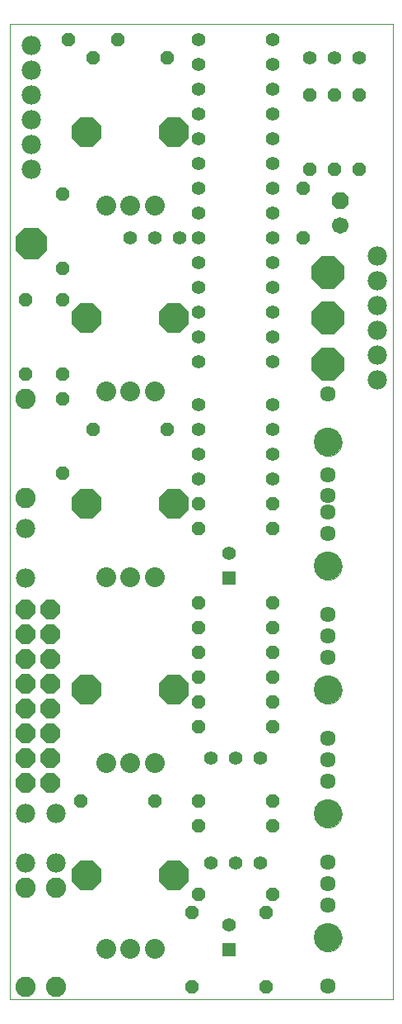
<source format=gts>
G75*
%MOIN*%
%OFA0B0*%
%FSLAX24Y24*%
%IPPOS*%
%LPD*%
%AMOC8*
5,1,8,0,0,1.08239X$1,22.5*
%
%ADD10C,0.0000*%
%ADD11C,0.0560*%
%ADD12OC8,0.0560*%
%ADD13C,0.0634*%
%ADD14C,0.1142*%
%ADD15C,0.0800*%
%ADD16OC8,0.1221*%
%ADD17OC8,0.1306*%
%ADD18C,0.0555*%
%ADD19C,0.0780*%
%ADD20C,0.0820*%
%ADD21OC8,0.0780*%
%ADD22OC8,0.0670*%
%ADD23C,0.0670*%
%ADD24R,0.0560X0.0560*%
%ADD25OC8,0.1280*%
D10*
X003378Y002393D02*
X018885Y002393D01*
X018885Y041763D01*
X003378Y041763D01*
X003378Y002393D01*
X015709Y004893D02*
X015711Y004940D01*
X015717Y004986D01*
X015727Y005032D01*
X015740Y005077D01*
X015758Y005120D01*
X015779Y005162D01*
X015803Y005202D01*
X015831Y005239D01*
X015862Y005274D01*
X015896Y005307D01*
X015932Y005336D01*
X015971Y005362D01*
X016012Y005385D01*
X016055Y005404D01*
X016099Y005420D01*
X016144Y005432D01*
X016190Y005440D01*
X016237Y005444D01*
X016283Y005444D01*
X016330Y005440D01*
X016376Y005432D01*
X016421Y005420D01*
X016465Y005404D01*
X016508Y005385D01*
X016549Y005362D01*
X016588Y005336D01*
X016624Y005307D01*
X016658Y005274D01*
X016689Y005239D01*
X016717Y005202D01*
X016741Y005162D01*
X016762Y005120D01*
X016780Y005077D01*
X016793Y005032D01*
X016803Y004986D01*
X016809Y004940D01*
X016811Y004893D01*
X016809Y004846D01*
X016803Y004800D01*
X016793Y004754D01*
X016780Y004709D01*
X016762Y004666D01*
X016741Y004624D01*
X016717Y004584D01*
X016689Y004547D01*
X016658Y004512D01*
X016624Y004479D01*
X016588Y004450D01*
X016549Y004424D01*
X016508Y004401D01*
X016465Y004382D01*
X016421Y004366D01*
X016376Y004354D01*
X016330Y004346D01*
X016283Y004342D01*
X016237Y004342D01*
X016190Y004346D01*
X016144Y004354D01*
X016099Y004366D01*
X016055Y004382D01*
X016012Y004401D01*
X015971Y004424D01*
X015932Y004450D01*
X015896Y004479D01*
X015862Y004512D01*
X015831Y004547D01*
X015803Y004584D01*
X015779Y004624D01*
X015758Y004666D01*
X015740Y004709D01*
X015727Y004754D01*
X015717Y004800D01*
X015711Y004846D01*
X015709Y004893D01*
X015709Y009893D02*
X015711Y009940D01*
X015717Y009986D01*
X015727Y010032D01*
X015740Y010077D01*
X015758Y010120D01*
X015779Y010162D01*
X015803Y010202D01*
X015831Y010239D01*
X015862Y010274D01*
X015896Y010307D01*
X015932Y010336D01*
X015971Y010362D01*
X016012Y010385D01*
X016055Y010404D01*
X016099Y010420D01*
X016144Y010432D01*
X016190Y010440D01*
X016237Y010444D01*
X016283Y010444D01*
X016330Y010440D01*
X016376Y010432D01*
X016421Y010420D01*
X016465Y010404D01*
X016508Y010385D01*
X016549Y010362D01*
X016588Y010336D01*
X016624Y010307D01*
X016658Y010274D01*
X016689Y010239D01*
X016717Y010202D01*
X016741Y010162D01*
X016762Y010120D01*
X016780Y010077D01*
X016793Y010032D01*
X016803Y009986D01*
X016809Y009940D01*
X016811Y009893D01*
X016809Y009846D01*
X016803Y009800D01*
X016793Y009754D01*
X016780Y009709D01*
X016762Y009666D01*
X016741Y009624D01*
X016717Y009584D01*
X016689Y009547D01*
X016658Y009512D01*
X016624Y009479D01*
X016588Y009450D01*
X016549Y009424D01*
X016508Y009401D01*
X016465Y009382D01*
X016421Y009366D01*
X016376Y009354D01*
X016330Y009346D01*
X016283Y009342D01*
X016237Y009342D01*
X016190Y009346D01*
X016144Y009354D01*
X016099Y009366D01*
X016055Y009382D01*
X016012Y009401D01*
X015971Y009424D01*
X015932Y009450D01*
X015896Y009479D01*
X015862Y009512D01*
X015831Y009547D01*
X015803Y009584D01*
X015779Y009624D01*
X015758Y009666D01*
X015740Y009709D01*
X015727Y009754D01*
X015717Y009800D01*
X015711Y009846D01*
X015709Y009893D01*
X015709Y014893D02*
X015711Y014940D01*
X015717Y014986D01*
X015727Y015032D01*
X015740Y015077D01*
X015758Y015120D01*
X015779Y015162D01*
X015803Y015202D01*
X015831Y015239D01*
X015862Y015274D01*
X015896Y015307D01*
X015932Y015336D01*
X015971Y015362D01*
X016012Y015385D01*
X016055Y015404D01*
X016099Y015420D01*
X016144Y015432D01*
X016190Y015440D01*
X016237Y015444D01*
X016283Y015444D01*
X016330Y015440D01*
X016376Y015432D01*
X016421Y015420D01*
X016465Y015404D01*
X016508Y015385D01*
X016549Y015362D01*
X016588Y015336D01*
X016624Y015307D01*
X016658Y015274D01*
X016689Y015239D01*
X016717Y015202D01*
X016741Y015162D01*
X016762Y015120D01*
X016780Y015077D01*
X016793Y015032D01*
X016803Y014986D01*
X016809Y014940D01*
X016811Y014893D01*
X016809Y014846D01*
X016803Y014800D01*
X016793Y014754D01*
X016780Y014709D01*
X016762Y014666D01*
X016741Y014624D01*
X016717Y014584D01*
X016689Y014547D01*
X016658Y014512D01*
X016624Y014479D01*
X016588Y014450D01*
X016549Y014424D01*
X016508Y014401D01*
X016465Y014382D01*
X016421Y014366D01*
X016376Y014354D01*
X016330Y014346D01*
X016283Y014342D01*
X016237Y014342D01*
X016190Y014346D01*
X016144Y014354D01*
X016099Y014366D01*
X016055Y014382D01*
X016012Y014401D01*
X015971Y014424D01*
X015932Y014450D01*
X015896Y014479D01*
X015862Y014512D01*
X015831Y014547D01*
X015803Y014584D01*
X015779Y014624D01*
X015758Y014666D01*
X015740Y014709D01*
X015727Y014754D01*
X015717Y014800D01*
X015711Y014846D01*
X015709Y014893D01*
X015709Y019893D02*
X015711Y019940D01*
X015717Y019986D01*
X015727Y020032D01*
X015740Y020077D01*
X015758Y020120D01*
X015779Y020162D01*
X015803Y020202D01*
X015831Y020239D01*
X015862Y020274D01*
X015896Y020307D01*
X015932Y020336D01*
X015971Y020362D01*
X016012Y020385D01*
X016055Y020404D01*
X016099Y020420D01*
X016144Y020432D01*
X016190Y020440D01*
X016237Y020444D01*
X016283Y020444D01*
X016330Y020440D01*
X016376Y020432D01*
X016421Y020420D01*
X016465Y020404D01*
X016508Y020385D01*
X016549Y020362D01*
X016588Y020336D01*
X016624Y020307D01*
X016658Y020274D01*
X016689Y020239D01*
X016717Y020202D01*
X016741Y020162D01*
X016762Y020120D01*
X016780Y020077D01*
X016793Y020032D01*
X016803Y019986D01*
X016809Y019940D01*
X016811Y019893D01*
X016809Y019846D01*
X016803Y019800D01*
X016793Y019754D01*
X016780Y019709D01*
X016762Y019666D01*
X016741Y019624D01*
X016717Y019584D01*
X016689Y019547D01*
X016658Y019512D01*
X016624Y019479D01*
X016588Y019450D01*
X016549Y019424D01*
X016508Y019401D01*
X016465Y019382D01*
X016421Y019366D01*
X016376Y019354D01*
X016330Y019346D01*
X016283Y019342D01*
X016237Y019342D01*
X016190Y019346D01*
X016144Y019354D01*
X016099Y019366D01*
X016055Y019382D01*
X016012Y019401D01*
X015971Y019424D01*
X015932Y019450D01*
X015896Y019479D01*
X015862Y019512D01*
X015831Y019547D01*
X015803Y019584D01*
X015779Y019624D01*
X015758Y019666D01*
X015740Y019709D01*
X015727Y019754D01*
X015717Y019800D01*
X015711Y019846D01*
X015709Y019893D01*
X015709Y024893D02*
X015711Y024940D01*
X015717Y024986D01*
X015727Y025032D01*
X015740Y025077D01*
X015758Y025120D01*
X015779Y025162D01*
X015803Y025202D01*
X015831Y025239D01*
X015862Y025274D01*
X015896Y025307D01*
X015932Y025336D01*
X015971Y025362D01*
X016012Y025385D01*
X016055Y025404D01*
X016099Y025420D01*
X016144Y025432D01*
X016190Y025440D01*
X016237Y025444D01*
X016283Y025444D01*
X016330Y025440D01*
X016376Y025432D01*
X016421Y025420D01*
X016465Y025404D01*
X016508Y025385D01*
X016549Y025362D01*
X016588Y025336D01*
X016624Y025307D01*
X016658Y025274D01*
X016689Y025239D01*
X016717Y025202D01*
X016741Y025162D01*
X016762Y025120D01*
X016780Y025077D01*
X016793Y025032D01*
X016803Y024986D01*
X016809Y024940D01*
X016811Y024893D01*
X016809Y024846D01*
X016803Y024800D01*
X016793Y024754D01*
X016780Y024709D01*
X016762Y024666D01*
X016741Y024624D01*
X016717Y024584D01*
X016689Y024547D01*
X016658Y024512D01*
X016624Y024479D01*
X016588Y024450D01*
X016549Y024424D01*
X016508Y024401D01*
X016465Y024382D01*
X016421Y024366D01*
X016376Y024354D01*
X016330Y024346D01*
X016283Y024342D01*
X016237Y024342D01*
X016190Y024346D01*
X016144Y024354D01*
X016099Y024366D01*
X016055Y024382D01*
X016012Y024401D01*
X015971Y024424D01*
X015932Y024450D01*
X015896Y024479D01*
X015862Y024512D01*
X015831Y024547D01*
X015803Y024584D01*
X015779Y024624D01*
X015758Y024666D01*
X015740Y024709D01*
X015727Y024754D01*
X015717Y024800D01*
X015711Y024846D01*
X015709Y024893D01*
D11*
X014010Y024393D03*
X014010Y023393D03*
X014010Y025393D03*
X014010Y026393D03*
X014010Y028143D03*
X014010Y029143D03*
X014010Y030143D03*
X014010Y031143D03*
X014010Y032143D03*
X014010Y033143D03*
X014010Y034143D03*
X014010Y035143D03*
X014010Y036143D03*
X014010Y037143D03*
X014010Y038143D03*
X014010Y039143D03*
X014010Y040143D03*
X014010Y041143D03*
X015510Y040393D03*
X016510Y040393D03*
X017510Y040393D03*
X011010Y040143D03*
X011010Y039143D03*
X011010Y038143D03*
X011010Y037143D03*
X011010Y036143D03*
X011010Y035143D03*
X011010Y034143D03*
X011010Y033143D03*
X011010Y032143D03*
X011010Y031143D03*
X011010Y030143D03*
X011010Y029143D03*
X011010Y028143D03*
X011010Y026393D03*
X011010Y025393D03*
X011010Y024393D03*
X011010Y023393D03*
X012260Y020393D03*
X012510Y012143D03*
X013510Y012143D03*
X011510Y012143D03*
X011510Y007893D03*
X012510Y007893D03*
X013510Y007893D03*
X012260Y005393D03*
X011010Y041143D03*
D12*
X009760Y040393D03*
X007760Y041143D03*
X006760Y040393D03*
X005760Y041143D03*
X005510Y034893D03*
X005510Y031893D03*
X005510Y030643D03*
X005510Y027643D03*
X005510Y026643D03*
X006760Y025393D03*
X005510Y023643D03*
X004010Y027643D03*
X004010Y030643D03*
X009760Y025393D03*
X011010Y022393D03*
X011010Y021393D03*
X011010Y018393D03*
X011010Y017393D03*
X011010Y016393D03*
X011010Y015393D03*
X011010Y014393D03*
X011010Y013393D03*
X011010Y010393D03*
X011010Y009393D03*
X011010Y006643D03*
X010760Y005893D03*
X010760Y002893D03*
X013760Y002893D03*
X013760Y005893D03*
X014010Y006643D03*
X014010Y009393D03*
X014010Y010393D03*
X014010Y013393D03*
X014010Y014393D03*
X014010Y015393D03*
X014010Y016393D03*
X014010Y017393D03*
X014010Y018393D03*
X014010Y021393D03*
X014010Y022393D03*
X015260Y033143D03*
X015260Y035143D03*
X015510Y035893D03*
X016510Y035893D03*
X017510Y035893D03*
X017510Y038893D03*
X016510Y038893D03*
X015510Y038893D03*
X009260Y010393D03*
X006260Y010393D03*
D13*
X016260Y011224D03*
X016260Y012059D03*
X016260Y012956D03*
X016260Y016224D03*
X016260Y017059D03*
X016260Y017956D03*
X016260Y021224D03*
X016260Y022059D03*
X016260Y022728D03*
X016260Y023563D03*
X016260Y026830D03*
X016260Y007956D03*
X016260Y007059D03*
X016260Y006224D03*
X016260Y002956D03*
D14*
X016260Y004893D03*
X016260Y009893D03*
X016260Y014893D03*
X016260Y019893D03*
X016260Y024893D03*
D15*
X009244Y026941D03*
X008260Y026941D03*
X007275Y026941D03*
X007275Y034441D03*
X008260Y034441D03*
X009244Y034441D03*
X009244Y019441D03*
X008260Y019441D03*
X007275Y019441D03*
X007275Y011941D03*
X008260Y011941D03*
X009244Y011941D03*
X009244Y004441D03*
X008260Y004441D03*
X007275Y004441D03*
D16*
X006488Y007393D03*
X010031Y007393D03*
X010031Y014893D03*
X006488Y014893D03*
X006488Y022393D03*
X010031Y022393D03*
X010031Y029893D03*
X010031Y037393D03*
X006488Y037393D03*
X006488Y029893D03*
D17*
X016260Y029893D03*
X016260Y031743D03*
X016260Y028043D03*
D18*
X010260Y033143D03*
X009260Y033143D03*
X008260Y033143D03*
D19*
X004260Y035893D03*
X004260Y036893D03*
X004260Y037893D03*
X004260Y038893D03*
X004260Y039893D03*
X004260Y040893D03*
X004010Y021393D03*
X004010Y019393D03*
X004010Y009893D03*
X004010Y007893D03*
X005260Y007893D03*
X005260Y009893D03*
X018260Y027393D03*
X018260Y028393D03*
X018260Y029393D03*
X018260Y030393D03*
X018260Y031393D03*
X018260Y032393D03*
D20*
X005260Y006893D03*
X004010Y006893D03*
X004010Y002893D03*
X005260Y002893D03*
X004010Y022643D03*
X004010Y026643D03*
D21*
X004010Y018143D03*
X004010Y017143D03*
X004010Y016143D03*
X004010Y015143D03*
X004010Y014143D03*
X004010Y013143D03*
X004010Y012143D03*
X004010Y011143D03*
X005010Y011143D03*
X005010Y012143D03*
X005010Y013143D03*
X005010Y014143D03*
X005010Y015143D03*
X005010Y016143D03*
X005010Y017143D03*
X005010Y018143D03*
D22*
X016760Y034643D03*
D23*
X016760Y033643D03*
D24*
X012260Y019393D03*
X012260Y004393D03*
D25*
X004260Y032893D03*
M02*

</source>
